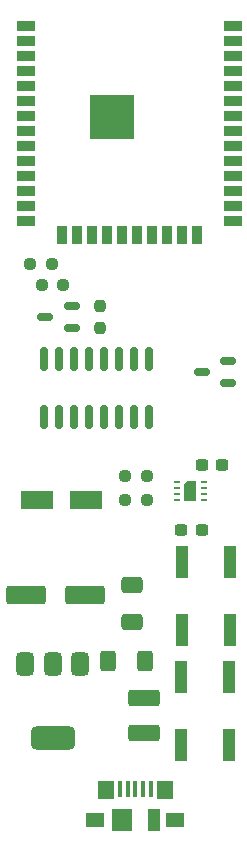
<source format=gbr>
%TF.GenerationSoftware,KiCad,Pcbnew,8.0.5*%
%TF.CreationDate,2024-11-01T20:02:56+05:30*%
%TF.ProjectId,ESP32 with sensor,45535033-3220-4776-9974-682073656e73,rev?*%
%TF.SameCoordinates,Original*%
%TF.FileFunction,Soldermask,Top*%
%TF.FilePolarity,Negative*%
%FSLAX46Y46*%
G04 Gerber Fmt 4.6, Leading zero omitted, Abs format (unit mm)*
G04 Created by KiCad (PCBNEW 8.0.5) date 2024-11-01 20:02:56*
%MOMM*%
%LPD*%
G01*
G04 APERTURE LIST*
G04 Aperture macros list*
%AMRoundRect*
0 Rectangle with rounded corners*
0 $1 Rounding radius*
0 $2 $3 $4 $5 $6 $7 $8 $9 X,Y pos of 4 corners*
0 Add a 4 corners polygon primitive as box body*
4,1,4,$2,$3,$4,$5,$6,$7,$8,$9,$2,$3,0*
0 Add four circle primitives for the rounded corners*
1,1,$1+$1,$2,$3*
1,1,$1+$1,$4,$5*
1,1,$1+$1,$6,$7*
1,1,$1+$1,$8,$9*
0 Add four rect primitives between the rounded corners*
20,1,$1+$1,$2,$3,$4,$5,0*
20,1,$1+$1,$4,$5,$6,$7,0*
20,1,$1+$1,$6,$7,$8,$9,0*
20,1,$1+$1,$8,$9,$2,$3,0*%
%AMFreePoly0*
4,1,6,0.500000,-0.850000,-0.500000,-0.850000,-0.500000,0.550000,-0.200000,0.850000,0.500000,0.850000,0.500000,-0.850000,0.500000,-0.850000,$1*%
G04 Aperture macros list end*
%ADD10RoundRect,0.237500X-0.250000X-0.237500X0.250000X-0.237500X0.250000X0.237500X-0.250000X0.237500X0*%
%ADD11RoundRect,0.150000X0.512500X0.150000X-0.512500X0.150000X-0.512500X-0.150000X0.512500X-0.150000X0*%
%ADD12RoundRect,0.250000X1.137500X0.550000X-1.137500X0.550000X-1.137500X-0.550000X1.137500X-0.550000X0*%
%ADD13RoundRect,0.237500X0.300000X0.237500X-0.300000X0.237500X-0.300000X-0.237500X0.300000X-0.237500X0*%
%ADD14RoundRect,0.150000X0.150000X-0.825000X0.150000X0.825000X-0.150000X0.825000X-0.150000X-0.825000X0*%
%ADD15R,0.450000X1.380000*%
%ADD16R,1.650000X1.300000*%
%ADD17R,1.425000X1.550000*%
%ADD18R,1.800000X1.900000*%
%ADD19R,1.000000X1.900000*%
%ADD20R,1.000000X2.800000*%
%ADD21RoundRect,0.237500X0.237500X-0.250000X0.237500X0.250000X-0.237500X0.250000X-0.237500X-0.250000X0*%
%ADD22RoundRect,0.250000X-0.650000X0.412500X-0.650000X-0.412500X0.650000X-0.412500X0.650000X0.412500X0*%
%ADD23R,0.550000X0.250000*%
%ADD24FreePoly0,0.000000*%
%ADD25RoundRect,0.250000X-0.400000X-0.625000X0.400000X-0.625000X0.400000X0.625000X-0.400000X0.625000X0*%
%ADD26RoundRect,0.375000X-0.375000X0.625000X-0.375000X-0.625000X0.375000X-0.625000X0.375000X0.625000X0*%
%ADD27RoundRect,0.500000X-1.400000X0.500000X-1.400000X-0.500000X1.400000X-0.500000X1.400000X0.500000X0*%
%ADD28RoundRect,0.250001X1.074999X-0.462499X1.074999X0.462499X-1.074999X0.462499X-1.074999X-0.462499X0*%
%ADD29RoundRect,0.250000X-1.412500X-0.550000X1.412500X-0.550000X1.412500X0.550000X-1.412500X0.550000X0*%
%ADD30C,0.600000*%
%ADD31R,3.800000X3.800000*%
%ADD32R,1.500000X0.900000*%
%ADD33R,0.900000X1.500000*%
G04 APERTURE END LIST*
D10*
%TO.C,R1*%
X122455380Y-133367880D03*
X124280380Y-133367880D03*
%TD*%
%TO.C,R2*%
X123455380Y-135117880D03*
X125280380Y-135117880D03*
%TD*%
D11*
%TO.C,Q1*%
X139255380Y-143495380D03*
X139255380Y-141595380D03*
X136980380Y-142545380D03*
%TD*%
D12*
%TO.C,C2*%
X127180380Y-153367880D03*
X123055380Y-153367880D03*
%TD*%
D13*
%TO.C,C3*%
X136980380Y-155867880D03*
X135255380Y-155867880D03*
%TD*%
D14*
%TO.C,U3*%
X123672880Y-146342880D03*
X124942880Y-146342880D03*
X126212880Y-146342880D03*
X127482880Y-146342880D03*
X128752880Y-146342880D03*
X130022880Y-146342880D03*
X131292880Y-146342880D03*
X132562880Y-146342880D03*
X132562880Y-141392880D03*
X131292880Y-141392880D03*
X130022880Y-141392880D03*
X128752880Y-141392880D03*
X127482880Y-141392880D03*
X126212880Y-141392880D03*
X124942880Y-141392880D03*
X123672880Y-141392880D03*
%TD*%
D15*
%TO.C,J1*%
X130074925Y-177837880D03*
X130724925Y-177837880D03*
X131374925Y-177837880D03*
X132024925Y-177837880D03*
X132674925Y-177837880D03*
D16*
X127999925Y-180497880D03*
D17*
X128887425Y-177922880D03*
D18*
X130224925Y-180497880D03*
D19*
X132924925Y-180497880D03*
D17*
X133862425Y-177922880D03*
D16*
X134749925Y-180497880D03*
%TD*%
D20*
%TO.C,RESET1*%
X135367880Y-164397880D03*
X135367880Y-158597880D03*
X139367880Y-164397880D03*
X139367880Y-158597880D03*
%TD*%
D21*
%TO.C,R3*%
X128367880Y-138780380D03*
X128367880Y-136955380D03*
%TD*%
D11*
%TO.C,Q2*%
X126005380Y-138817880D03*
X126005380Y-136917880D03*
X123730380Y-137867880D03*
%TD*%
D22*
%TO.C,C5*%
X131117880Y-160555380D03*
X131117880Y-163680380D03*
%TD*%
D23*
%TO.C,U4*%
X134867880Y-151867880D03*
X134867880Y-152367880D03*
X134867880Y-152867880D03*
X134867880Y-153367880D03*
X137217880Y-153367880D03*
X137217880Y-152867880D03*
X137217880Y-152367880D03*
X137217880Y-151867880D03*
D24*
X136042880Y-152617880D03*
%TD*%
D25*
%TO.C,R6*%
X129067880Y-166997880D03*
X132167880Y-166997880D03*
%TD*%
D20*
%TO.C,BOOT1*%
X135277955Y-174147880D03*
X135277955Y-168347880D03*
X139277955Y-174147880D03*
X139277955Y-168347880D03*
%TD*%
D10*
%TO.C,R5*%
X130542880Y-153367880D03*
X132367880Y-153367880D03*
%TD*%
D26*
%TO.C,U2*%
X126667880Y-167217880D03*
X124367880Y-167217880D03*
D27*
X124367880Y-173517880D03*
D26*
X122067880Y-167217880D03*
%TD*%
D10*
%TO.C,R4*%
X130542880Y-151367880D03*
X132367880Y-151367880D03*
%TD*%
D28*
%TO.C,D1*%
X132117880Y-173105380D03*
X132117880Y-170130380D03*
%TD*%
D29*
%TO.C,C1*%
X122080380Y-161367880D03*
X127155380Y-161367880D03*
%TD*%
D30*
%TO.C,U1*%
X130767880Y-121627880D03*
X130767880Y-120227880D03*
X130067880Y-122327880D03*
X130067880Y-120927880D03*
X130067880Y-119527880D03*
D31*
X129367880Y-120927880D03*
D30*
X129342880Y-121627880D03*
X129342880Y-120227880D03*
X128667880Y-122327880D03*
X128667880Y-120927880D03*
X128667880Y-119527880D03*
X127967880Y-121627880D03*
X127967880Y-120227880D03*
D32*
X139617880Y-113207880D03*
X139617880Y-114477880D03*
X139617880Y-115747880D03*
X139617880Y-117017880D03*
X139617880Y-118287880D03*
X139617880Y-119557880D03*
X139617880Y-120827880D03*
X139617880Y-122097880D03*
X139617880Y-123367880D03*
X139617880Y-124637880D03*
X139617880Y-125907880D03*
X139617880Y-127177880D03*
X139617880Y-128447880D03*
X139617880Y-129717880D03*
D33*
X136587880Y-130967880D03*
X135317880Y-130967880D03*
X134047880Y-130967880D03*
X132777880Y-130967880D03*
X131507880Y-130967880D03*
X130237880Y-130967880D03*
X128967880Y-130967880D03*
X127697880Y-130967880D03*
X126427880Y-130967880D03*
X125157880Y-130967880D03*
D32*
X122117880Y-129717880D03*
X122117880Y-128447880D03*
X122117880Y-127177880D03*
X122117880Y-125907880D03*
X122117880Y-124637880D03*
X122117880Y-123367880D03*
X122117880Y-122097880D03*
X122117880Y-120827880D03*
X122117880Y-119557880D03*
X122117880Y-118287880D03*
X122117880Y-117017880D03*
X122117880Y-115747880D03*
X122117880Y-114477880D03*
X122117880Y-113207880D03*
%TD*%
D13*
%TO.C,C4*%
X138730380Y-150367880D03*
X137005380Y-150367880D03*
%TD*%
M02*

</source>
